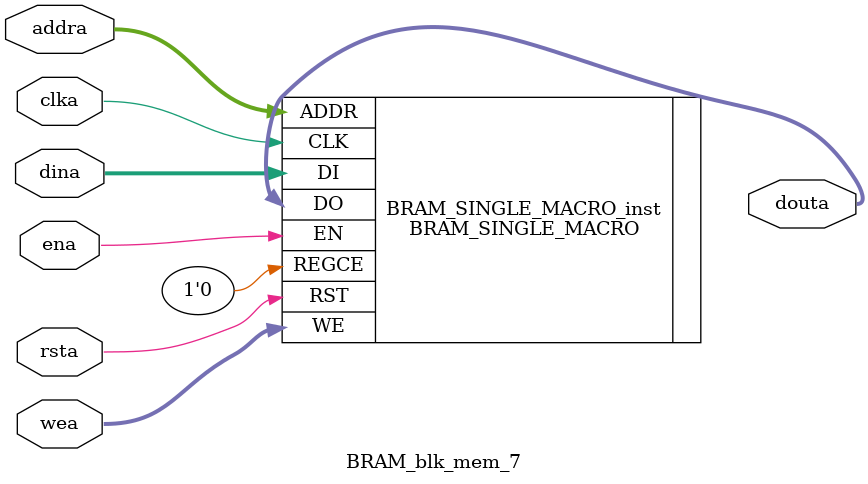
<source format=v>
`timescale 1ns/1ps

module BRAM_blk_mem_7 (
  clka,
  ena,
  wea,
  addra,
  dina,
  douta,
  rsta
);


input wire clka;

input wire ena;

input wire rsta;

input wire [1 : 0] wea;

input wire [9 : 0] addra;

input wire [15 : 0] dina;

output wire [15 : 0] douta;


// BRAM_SINGLE_MACRO : In order to incorporate this function into the design,
//   Verilog   : the following instance declaration needs to be placed
//  instance   : in the body of the design code.  The instance name
// declaration : (BRAM_SINGLE_MACRO_inst) and/or the port declarations within the
//    code     : parenthesis may be changed to properly reference and
//             : connect this function to the design.  All inputs
//             : and outputs must be connected.

//  <-----Cut code below this line---->

   // BRAM_SINGLE_MACRO: Single Port RAM
   //                    Artix-7
   // Xilinx HDL Language Template, version 2016.4
   
   /////////////////////////////////////////////////////////////////////
   //  READ_WIDTH | BRAM_SIZE | READ Depth  | ADDR Width |            //
   // WRITE_WIDTH |           | WRITE Depth |            |  WE Width  //
   // ============|===========|=============|============|============//
   //    37-72    |  "36Kb"   |      512    |    9-bit   |    8-bit   //
   //    19-36    |  "36Kb"   |     1024    |   10-bit   |    4-bit   //
   //    19-36    |  "18Kb"   |      512    |    9-bit   |    4-bit   //
   //    10-18    |  "36Kb"   |     2048    |   11-bit   |    2-bit   //
   //    10-18    |  "18Kb"   |     1024    |   10-bit   |    2-bit   //
   //     5-9     |  "36Kb"   |     4096    |   12-bit   |    1-bit   //
   //     5-9     |  "18Kb"   |     2048    |   11-bit   |    1-bit   //
   //     3-4     |  "36Kb"   |     8192    |   13-bit   |    1-bit   //
   //     3-4     |  "18Kb"   |     4096    |   12-bit   |    1-bit   //
   //       2     |  "36Kb"   |    16384    |   14-bit   |    1-bit   //
   //       2     |  "18Kb"   |     8192    |   13-bit   |    1-bit   //
   //       1     |  "36Kb"   |    32768    |   15-bit   |    1-bit   //
   //       1     |  "18Kb"   |    16384    |   14-bit   |    1-bit   //
   /////////////////////////////////////////////////////////////////////

   BRAM_SINGLE_MACRO #(
      .BRAM_SIZE("18Kb"), // Target BRAM, "18Kb" or "36Kb" 
      .DEVICE("7SERIES"), // Target Device: "7SERIES" 
      .DO_REG(0), // Optional output register (0 or 1)
      .INIT(36'h000000000), // Initial values on output port
      .INIT_FILE ("weight_7.mem"),
      .WRITE_WIDTH(16), // Valid values are 1-72 (37-72 only valid when BRAM_SIZE="36Kb")
      .READ_WIDTH(16),  // Valid values are 1-72 (37-72 only valid when BRAM_SIZE="36Kb")
      .SRVAL(36'h000000000), // Set/Reset value for port output
      .WRITE_MODE("WRITE_FIRST"), // "WRITE_FIRST", "READ_FIRST", or "NO_CHANGE" 
      .INIT_00(256'h0000000000000000000000000000000000000000000000000000000000000000),
      .INIT_01(256'h0000000000000000000000000000000000000000000000000000000000000000),
      .INIT_02(256'h0000000000000000000000000000000000000000000000000000000000000000),
      .INIT_03(256'h0000000000000000000000000000000000000000000000000000000000000000),
      .INIT_04(256'h0000000000000000000000000000000000000000000000000000000000000000),
      .INIT_05(256'h0000000000000000000000000000000000000000000000000000000000000000),
      .INIT_06(256'h0000000000000000000000000000000000000000000000000000000000000000),
      .INIT_07(256'h0000000000000000000000000000000000000000000000000000000000000000),
      .INIT_08(256'h0000000000000000000000000000000000000000000000000000000000000000),
      .INIT_09(256'h0000000000000000000000000000000000000000000000000000000000000000),
      .INIT_0A(256'h0000000000000000000000000000000000000000000000000000000000000000),
      .INIT_0B(256'h0000000000000000000000000000000000000000000000000000000000000000),
      .INIT_0C(256'h0000000000000000000000000000000000000000000000000000000000000000),
      .INIT_0D(256'h0000000000000000000000000000000000000000000000000000000000000000),
      .INIT_0E(256'h0000000000000000000000000000000000000000000000000000000000000000),
      .INIT_0F(256'h0000000000000000000000000000000000000000000000000000000000000000),
      .INIT_10(256'h0000000000000000000000000000000000000000000000000000000000000000),
      .INIT_11(256'h0000000000000000000000000000000000000000000000000000000000000000),
      .INIT_12(256'h0000000000000000000000000000000000000000000000000000000000000000),
      .INIT_13(256'h0000000000000000000000000000000000000000000000000000000000000000),
      .INIT_14(256'h0000000000000000000000000000000000000000000000000000000000000000),
      .INIT_15(256'h0000000000000000000000000000000000000000000000000000000000000000),
      .INIT_16(256'h0000000000000000000000000000000000000000000000000000000000000000),
      .INIT_17(256'h0000000000000000000000000000000000000000000000000000000000000000),
      .INIT_18(256'h0000000000000000000000000000000000000000000000000000000000000000),
      .INIT_19(256'h0000000000000000000000000000000000000000000000000000000000000000),
      .INIT_1A(256'h0000000000000000000000000000000000000000000000000000000000000000),
      .INIT_1B(256'h0000000000000000000000000000000000000000000000000000000000000000),
      .INIT_1C(256'h0000000000000000000000000000000000000000000000000000000000000000),
      .INIT_1D(256'h0000000000000000000000000000000000000000000000000000000000000000),
      .INIT_1E(256'h0000000000000000000000000000000000000000000000000000000000000000),
      .INIT_1F(256'h0000000000000000000000000000000000000000000000000000000000000000),
      .INIT_20(256'h0000000000000000000000000000000000000000000000000000000000000000),
      .INIT_21(256'h0000000000000000000000000000000000000000000000000000000000000000),
      .INIT_22(256'h0000000000000000000000000000000000000000000000000000000000000000),
      .INIT_23(256'h0000000000000000000000000000000000000000000000000000000000000000),
      .INIT_24(256'h0000000000000000000000000000000000000000000000000000000000000000),
      .INIT_25(256'h0000000000000000000000000000000000000000000000000000000000000000),
      .INIT_26(256'h0000000000000000000000000000000000000000000000000000000000000000),
      .INIT_27(256'h0000000000000000000000000000000000000000000000000000000000000000),
      .INIT_28(256'h0000000000000000000000000000000000000000000000000000000000000000),
      .INIT_29(256'h0000000000000000000000000000000000000000000000000000000000000000),
      .INIT_2A(256'h0000000000000000000000000000000000000000000000000000000000000000),
      .INIT_2B(256'h0000000000000000000000000000000000000000000000000000000000000000),
      .INIT_2C(256'h0000000000000000000000000000000000000000000000000000000000000000),
      .INIT_2D(256'h0000000000000000000000000000000000000000000000000000000000000000),
      .INIT_2E(256'h0000000000000000000000000000000000000000000000000000000000000000),
      .INIT_2F(256'h0000000000000000000000000000000000000000000000000000000000000000),
      .INIT_30(256'h0000000000000000000000000000000000000000000000000000000000000000),
      .INIT_31(256'h0000000000000000000000000000000000000000000000000000000000000000),
      .INIT_32(256'h0000000000000000000000000000000000000000000000000000000000000000),
      .INIT_33(256'h0000000000000000000000000000000000000000000000000000000000000000),
      .INIT_34(256'h0000000000000000000000000000000000000000000000000000000000000000),
      .INIT_35(256'h0000000000000000000000000000000000000000000000000000000000000000),
      .INIT_36(256'h0000000000000000000000000000000000000000000000000000000000000000),
      .INIT_37(256'h0000000000000000000000000000000000000000000000000000000000000000),
      .INIT_38(256'h0000000000000000000000000000000000000000000000000000000000000000),
      .INIT_39(256'h0000000000000000000000000000000000000000000000000000000000000000),
      .INIT_3A(256'h0000000000000000000000000000000000000000000000000000000000000000),
      .INIT_3B(256'h0000000000000000000000000000000000000000000000000000000000000000),
      .INIT_3C(256'h0000000000000000000000000000000000000000000000000000000000000000),
      .INIT_3D(256'h0000000000000000000000000000000000000000000000000000000000000000),
      .INIT_3E(256'h0000000000000000000000000000000000000000000000000000000000000000),
      .INIT_3F(256'h0000000000000000000000000000000000000000000000000000000000000000),
      
      // The next set of INIT_xx are valid when configured as 36Kb
      .INIT_40(256'h0000000000000000000000000000000000000000000000000000000000000000),
      .INIT_41(256'h0000000000000000000000000000000000000000000000000000000000000000),
      .INIT_42(256'h0000000000000000000000000000000000000000000000000000000000000000),
      .INIT_43(256'h0000000000000000000000000000000000000000000000000000000000000000),
      .INIT_44(256'h0000000000000000000000000000000000000000000000000000000000000000),
      .INIT_45(256'h0000000000000000000000000000000000000000000000000000000000000000),
      .INIT_46(256'h0000000000000000000000000000000000000000000000000000000000000000),
      .INIT_47(256'h0000000000000000000000000000000000000000000000000000000000000000),
      .INIT_48(256'h0000000000000000000000000000000000000000000000000000000000000000),
      .INIT_49(256'h0000000000000000000000000000000000000000000000000000000000000000),
      .INIT_4A(256'h0000000000000000000000000000000000000000000000000000000000000000),
      .INIT_4B(256'h0000000000000000000000000000000000000000000000000000000000000000),
      .INIT_4C(256'h0000000000000000000000000000000000000000000000000000000000000000),
      .INIT_4D(256'h0000000000000000000000000000000000000000000000000000000000000000),
      .INIT_4E(256'h0000000000000000000000000000000000000000000000000000000000000000),
      .INIT_4F(256'h0000000000000000000000000000000000000000000000000000000000000000),
      .INIT_50(256'h0000000000000000000000000000000000000000000000000000000000000000),
      .INIT_51(256'h0000000000000000000000000000000000000000000000000000000000000000),
      .INIT_52(256'h0000000000000000000000000000000000000000000000000000000000000000),
      .INIT_53(256'h0000000000000000000000000000000000000000000000000000000000000000),
      .INIT_54(256'h0000000000000000000000000000000000000000000000000000000000000000),
      .INIT_55(256'h0000000000000000000000000000000000000000000000000000000000000000),
      .INIT_56(256'h0000000000000000000000000000000000000000000000000000000000000000),
      .INIT_57(256'h0000000000000000000000000000000000000000000000000000000000000000),
      .INIT_58(256'h0000000000000000000000000000000000000000000000000000000000000000),
      .INIT_59(256'h0000000000000000000000000000000000000000000000000000000000000000),
      .INIT_5A(256'h0000000000000000000000000000000000000000000000000000000000000000),
      .INIT_5B(256'h0000000000000000000000000000000000000000000000000000000000000000),
      .INIT_5C(256'h0000000000000000000000000000000000000000000000000000000000000000),
      .INIT_5D(256'h0000000000000000000000000000000000000000000000000000000000000000),
      .INIT_5E(256'h0000000000000000000000000000000000000000000000000000000000000000),
      .INIT_5F(256'h0000000000000000000000000000000000000000000000000000000000000000),
      .INIT_60(256'h0000000000000000000000000000000000000000000000000000000000000000),
      .INIT_61(256'h0000000000000000000000000000000000000000000000000000000000000000),
      .INIT_62(256'h0000000000000000000000000000000000000000000000000000000000000000),
      .INIT_63(256'h0000000000000000000000000000000000000000000000000000000000000000),
      .INIT_64(256'h0000000000000000000000000000000000000000000000000000000000000000),
      .INIT_65(256'h0000000000000000000000000000000000000000000000000000000000000000),
      .INIT_66(256'h0000000000000000000000000000000000000000000000000000000000000000),
      .INIT_67(256'h0000000000000000000000000000000000000000000000000000000000000000),
      .INIT_68(256'h0000000000000000000000000000000000000000000000000000000000000000),
      .INIT_69(256'h0000000000000000000000000000000000000000000000000000000000000000),
      .INIT_6A(256'h0000000000000000000000000000000000000000000000000000000000000000),
      .INIT_6B(256'h0000000000000000000000000000000000000000000000000000000000000000),
      .INIT_6C(256'h0000000000000000000000000000000000000000000000000000000000000000),
      .INIT_6D(256'h0000000000000000000000000000000000000000000000000000000000000000),
      .INIT_6E(256'h0000000000000000000000000000000000000000000000000000000000000000),
      .INIT_6F(256'h0000000000000000000000000000000000000000000000000000000000000000),
      .INIT_70(256'h0000000000000000000000000000000000000000000000000000000000000000),
      .INIT_71(256'h0000000000000000000000000000000000000000000000000000000000000000),
      .INIT_72(256'h0000000000000000000000000000000000000000000000000000000000000000),
      .INIT_73(256'h0000000000000000000000000000000000000000000000000000000000000000),
      .INIT_74(256'h0000000000000000000000000000000000000000000000000000000000000000),
      .INIT_75(256'h0000000000000000000000000000000000000000000000000000000000000000),
      .INIT_76(256'h0000000000000000000000000000000000000000000000000000000000000000),
      .INIT_77(256'h0000000000000000000000000000000000000000000000000000000000000000),
      .INIT_78(256'h0000000000000000000000000000000000000000000000000000000000000000),
      .INIT_79(256'h0000000000000000000000000000000000000000000000000000000000000000),
      .INIT_7A(256'h0000000000000000000000000000000000000000000000000000000000000000),
      .INIT_7B(256'h0000000000000000000000000000000000000000000000000000000000000000),
      .INIT_7C(256'h0000000000000000000000000000000000000000000000000000000000000000),
      .INIT_7D(256'h0000000000000000000000000000000000000000000000000000000000000000),
      .INIT_7E(256'h0000000000000000000000000000000000000000000000000000000000000000),
      .INIT_7F(256'h0000000000000000000000000000000000000000000000000000000000000000),
      
      // The next set of INITP_xx are for the parity bits
      .INITP_00(256'h0000000000000000000000000000000000000000000000000000000000000000),
      .INITP_01(256'h0000000000000000000000000000000000000000000000000000000000000000),
      .INITP_02(256'h0000000000000000000000000000000000000000000000000000000000000000),
      .INITP_03(256'h0000000000000000000000000000000000000000000000000000000000000000),
      .INITP_04(256'h0000000000000000000000000000000000000000000000000000000000000000),
      .INITP_05(256'h0000000000000000000000000000000000000000000000000000000000000000),
      .INITP_06(256'h0000000000000000000000000000000000000000000000000000000000000000),
      .INITP_07(256'h0000000000000000000000000000000000000000000000000000000000000000),
      
      // The next set of INIT_xx are valid when configured as 36Kb
      .INITP_08(256'h0000000000000000000000000000000000000000000000000000000000000000),
      .INITP_09(256'h0000000000000000000000000000000000000000000000000000000000000000),
      .INITP_0A(256'h0000000000000000000000000000000000000000000000000000000000000000),
      .INITP_0B(256'h0000000000000000000000000000000000000000000000000000000000000000),
      .INITP_0C(256'h0000000000000000000000000000000000000000000000000000000000000000),
      .INITP_0D(256'h0000000000000000000000000000000000000000000000000000000000000000),
      .INITP_0E(256'h0000000000000000000000000000000000000000000000000000000000000000),
      .INITP_0F(256'h0000000000000000000000000000000000000000000000000000000000000000)
   ) BRAM_SINGLE_MACRO_inst (
      .DO(douta),       // Output data, width defined by READ_WIDTH parameter
      .ADDR(addra),   // Input address, width defined by read/write port depth
      .CLK(clka),     // 1-bit input clock
      .DI(dina),       // Input data port, width defined by WRITE_WIDTH parameter
      .EN(ena),       // 1-bit input RAM enable
      .REGCE(1'D0), // 1-bit input output register enable
      .RST(rsta),     // 1-bit input reset
      .WE(wea)        // Input write enable, width defined by write port depth
   );

   // End of BRAM_SINGLE_MACRO_inst instantiation
				
				
				
  
endmodule

</source>
